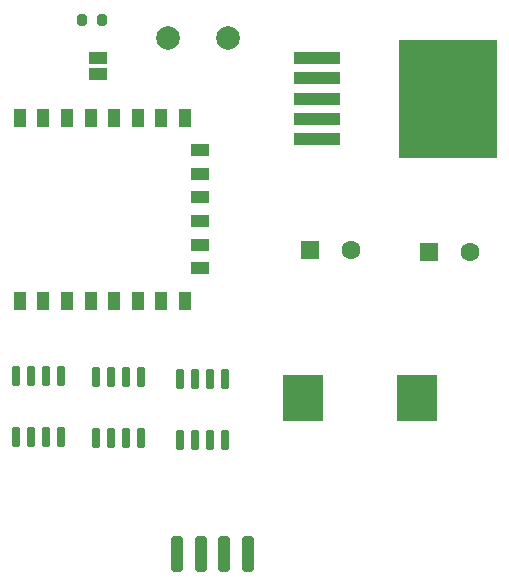
<source format=gbr>
%TF.GenerationSoftware,KiCad,Pcbnew,8.0.5*%
%TF.CreationDate,2025-06-15T17:11:27+02:00*%
%TF.ProjectId,leds,6c656473-2e6b-4696-9361-645f70636258,rev?*%
%TF.SameCoordinates,Original*%
%TF.FileFunction,Soldermask,Top*%
%TF.FilePolarity,Negative*%
%FSLAX46Y46*%
G04 Gerber Fmt 4.6, Leading zero omitted, Abs format (unit mm)*
G04 Created by KiCad (PCBNEW 8.0.5) date 2025-06-15 17:11:27*
%MOMM*%
%LPD*%
G01*
G04 APERTURE LIST*
G04 Aperture macros list*
%AMRoundRect*
0 Rectangle with rounded corners*
0 $1 Rounding radius*
0 $2 $3 $4 $5 $6 $7 $8 $9 X,Y pos of 4 corners*
0 Add a 4 corners polygon primitive as box body*
4,1,4,$2,$3,$4,$5,$6,$7,$8,$9,$2,$3,0*
0 Add four circle primitives for the rounded corners*
1,1,$1+$1,$2,$3*
1,1,$1+$1,$4,$5*
1,1,$1+$1,$6,$7*
1,1,$1+$1,$8,$9*
0 Add four rect primitives between the rounded corners*
20,1,$1+$1,$2,$3,$4,$5,0*
20,1,$1+$1,$4,$5,$6,$7,0*
20,1,$1+$1,$6,$7,$8,$9,0*
20,1,$1+$1,$8,$9,$2,$3,0*%
G04 Aperture macros list end*
%ADD10R,4.000000X1.020000*%
%ADD11R,8.400000X10.000000*%
%ADD12RoundRect,0.150000X-0.150000X0.725000X-0.150000X-0.725000X0.150000X-0.725000X0.150000X0.725000X0*%
%ADD13RoundRect,0.200000X0.200000X0.275000X-0.200000X0.275000X-0.200000X-0.275000X0.200000X-0.275000X0*%
%ADD14R,1.000000X1.500000*%
%ADD15R,1.500000X1.000000*%
%ADD16R,3.500000X4.000000*%
%ADD17R,1.600000X1.600000*%
%ADD18C,1.600000*%
%ADD19RoundRect,0.250000X-0.250000X1.250000X-0.250000X-1.250000X0.250000X-1.250000X0.250000X1.250000X0*%
%ADD20C,2.000000*%
G04 APERTURE END LIST*
D10*
%TO.C,U3*%
X52300000Y-22650000D03*
X52300000Y-24350000D03*
X52300000Y-26050000D03*
X52300000Y-27750000D03*
X52300000Y-29450000D03*
D11*
X63400000Y-26050000D03*
%TD*%
D12*
%TO.C,Q3*%
X30625000Y-49515000D03*
X29355000Y-49515000D03*
X28085000Y-49515000D03*
X26815000Y-49515000D03*
X26815000Y-54665000D03*
X28085000Y-54665000D03*
X29355000Y-54665000D03*
X30625000Y-54665000D03*
%TD*%
D13*
%TO.C,R1*%
X34120000Y-19370000D03*
X32470000Y-19370000D03*
%TD*%
D14*
%TO.C,U1*%
X27150000Y-43170000D03*
X29150000Y-43170000D03*
X31150000Y-43170000D03*
X33150000Y-43170000D03*
X35150000Y-43170000D03*
X37150000Y-43170000D03*
X39150000Y-43170000D03*
X41150000Y-43170000D03*
D15*
X42390000Y-40420000D03*
X42390000Y-38420000D03*
X42390000Y-36420000D03*
X42390000Y-34420000D03*
X42390000Y-32420000D03*
X42390000Y-30420000D03*
D14*
X41150000Y-27670000D03*
X39150000Y-27670000D03*
X37150000Y-27670000D03*
X35150000Y-27670000D03*
X33150000Y-27670000D03*
X31150000Y-27670000D03*
X29150000Y-27670000D03*
X27150000Y-27670000D03*
%TD*%
D16*
%TO.C,L1*%
X60770000Y-51390000D03*
X51170000Y-51390000D03*
%TD*%
D17*
%TO.C,C2*%
X61820000Y-39080000D03*
D18*
X65320000Y-39080000D03*
%TD*%
D12*
%TO.C,Q1*%
X44525000Y-49775000D03*
X43255000Y-49775000D03*
X41985000Y-49775000D03*
X40715000Y-49775000D03*
X40715000Y-54925000D03*
X41985000Y-54925000D03*
X43255000Y-54925000D03*
X44525000Y-54925000D03*
%TD*%
D19*
%TO.C,U2*%
X46480000Y-64640000D03*
X44480000Y-64640000D03*
X42480000Y-64640000D03*
X40480000Y-64640000D03*
%TD*%
D15*
%TO.C,JP1*%
X33770000Y-23950000D03*
X33770000Y-22650000D03*
%TD*%
D17*
%TO.C,C1*%
X51697349Y-38890000D03*
D18*
X55197349Y-38890000D03*
%TD*%
D12*
%TO.C,Q2*%
X37390000Y-49630000D03*
X36120000Y-49630000D03*
X34850000Y-49630000D03*
X33580000Y-49630000D03*
X33580000Y-54780000D03*
X34850000Y-54780000D03*
X36120000Y-54780000D03*
X37390000Y-54780000D03*
%TD*%
D20*
%TO.C,P1*%
X39750000Y-20890000D03*
X44750000Y-20890000D03*
%TD*%
M02*

</source>
